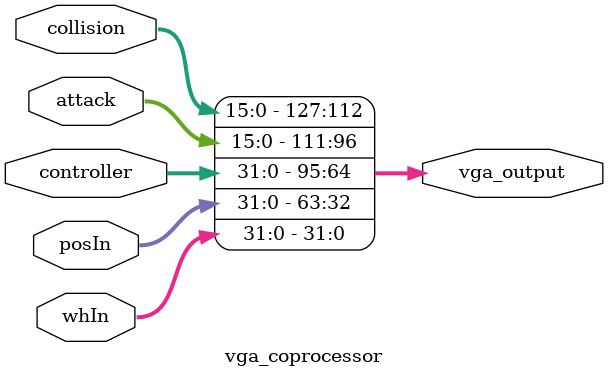
<source format=v>
module vga_coprocessor(posIn, whIn, controller, attack, collision, vga_output);
	input[31:0] posIn, whIn, controller, attack, collision;
	output[127:0] vga_output;
	
	assign vga_output[127:112] = collision[16:0];
	assign vga_output[111:96] = attack[16:0];
	assign vga_output[95:64] = controller;
	assign vga_output[63:32] = posIn;
	assign vga_output[31:0] = whIn;
	
  //TODO likely another signal that says done with NOPs and can move on
endmodule

</source>
